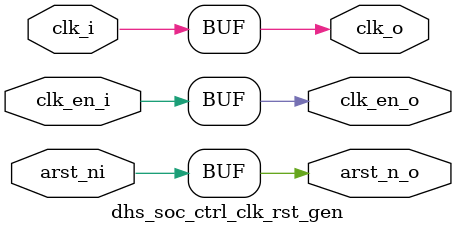
<source format=sv>
module dhs_soc_ctrl_clk_rst_gen #(
) (
    input  logic arst_ni,
    input  logic clk_en_i,
    input  logic clk_i,
    output logic arst_n_o,
    output logic clk_en_o,
    output logic clk_o
);

  always_comb begin
    clk_en_o = clk_en_i;
    arst_n_o = arst_ni;
    clk_o    = clk_i;
  end

endmodule

</source>
